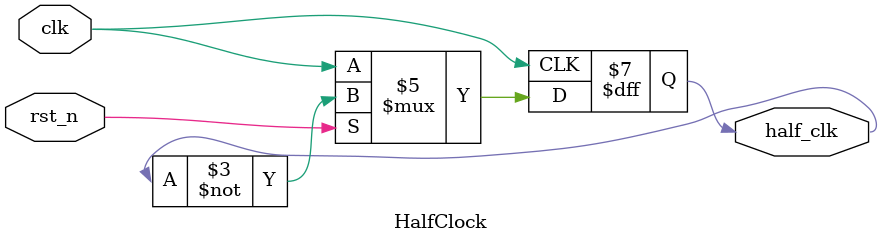
<source format=sv>
`default_nettype none

module Async2Sync(
    input logic async,
    input logic clk,

    output logic sync
);

    logic metastable;

    always_ff @(posedge clk) begin
        metastable <= async;
        sync <= metastable;
    end

endmodule

module HalfClock(
    input logic clk,
    input logic rst_n,
    
    output logic half_clk
);

    always_ff @(posedge clk) begin
        if(~rst_n)
            half_clk <= clk;
        else
            half_clk <= ~half_clk;
    end

endmodule
</source>
